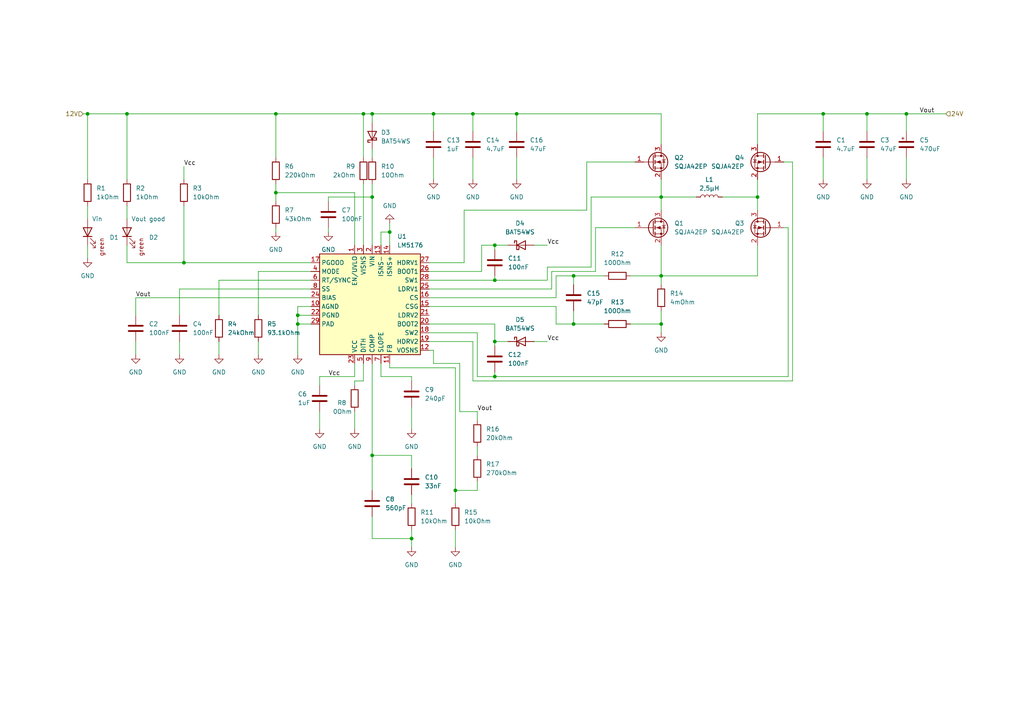
<source format=kicad_sch>
(kicad_sch (version 20230121) (generator eeschema)
  (paper "A4")
  (lib_symbols
    (symbol "benediktibk:BAT54WS" (pin_numbers hide) (pin_names (offset 1.016) hide)
      (property "Reference" "D" (at 0 2.54 0))
      (property "Value" "BAT54WS" (at 0 -2.54 0))
      (symbol "BAT54WS_0_1"
        (polyline (pts (xy 1.27 0) (xy -1.27 0)))
        (polyline (pts (xy 1.27 1.27) (xy 1.27 -1.27) (xy -1.27 0) (xy 1.27 1.27)) (stroke (width 0.254)))
        (polyline (pts (xy -1.905 0.635) (xy -1.905 1.27) (xy -1.27 1.27) (xy -1.27 -1.27) (xy -0.635 -1.27) (xy -0.635 -0.635)) (stroke (width 0.254)))
      )
      (symbol "BAT54WS_1_1"
        (pin passive line (at -3.81 0 0) (length 2.54) (name "K") (number "1"))
        (pin passive line (at 3.81 0 180) (length 2.54) (name "A") (number "2"))
      )
    )
    (symbol "benediktibk:C_100nF_SMD_0603_50V" (pin_numbers hide) (pin_names (offset 0.254))
      (property "Reference" "C" (at 0.635 2.54 0))
      (property "Value" "C_100nF_SMD_0603_50V" (at 0.635 -2.54 0))
      (symbol "C_100nF_SMD_0603_50V_0_1"
        (polyline (pts (xy -2.032 -0.762) (xy 2.032 -0.762)) (stroke (width 0.508)))
        (polyline (pts (xy -2.032 0.762) (xy 2.032 0.762)) (stroke (width 0.508)))
      )
      (symbol "C_100nF_SMD_0603_50V_1_1"
        (pin passive line (at 0 3.81 270) (length 2.794) (name "~") (number "1"))
        (pin passive line (at 0 -3.81 90) (length 2.794) (name "~") (number "2"))
      )
    )
    (symbol "benediktibk:C_1uF_SMD_0603_50V_10%" (pin_numbers hide) (pin_names (offset 0.254))
      (property "Reference" "C" (at 0.635 2.54 0))
      (property "Value" "C_1uF_SMD_0603_50V_10%" (at 0.635 -2.54 0))
      (symbol "C_1uF_SMD_0603_50V_10%_0_1"
        (polyline (pts (xy -2.032 -0.762) (xy 2.032 -0.762)) (stroke (width 0.508)))
        (polyline (pts (xy -2.032 0.762) (xy 2.032 0.762)) (stroke (width 0.508)))
      )
      (symbol "C_1uF_SMD_0603_50V_10%_1_1"
        (pin passive line (at 0 3.81 270) (length 2.794) (name "~") (number "1"))
        (pin passive line (at 0 -3.81 90) (length 2.794) (name "~") (number "2"))
      )
    )
    (symbol "benediktibk:C_240pF_SMD_0805_250V_10%" (pin_numbers hide) (pin_names (offset 0.254))
      (property "Reference" "C" (at 0.635 2.54 0))
      (property "Value" "C_240pF_SMD_0805_250V_10%" (at 0.635 -2.54 0))
      (symbol "C_240pF_SMD_0805_250V_10%_0_1"
        (polyline (pts (xy -2.032 -0.762) (xy 2.032 -0.762)) (stroke (width 0.508)))
        (polyline (pts (xy -2.032 0.762) (xy 2.032 0.762)) (stroke (width 0.508)))
      )
      (symbol "C_240pF_SMD_0805_250V_10%_1_1"
        (pin passive line (at 0 3.81 270) (length 2.794) (name "~") (number "1"))
        (pin passive line (at 0 -3.81 90) (length 2.794) (name "~") (number "2"))
      )
    )
    (symbol "benediktibk:C_33nF_SMD_0603_50V_10%" (pin_numbers hide) (pin_names (offset 0.254))
      (property "Reference" "C" (at 0.635 2.54 0))
      (property "Value" "C_33nF_SMD_0603_50V_10%" (at 0.635 -2.54 0))
      (symbol "C_33nF_SMD_0603_50V_10%_0_1"
        (polyline (pts (xy -2.032 -0.762) (xy 2.032 -0.762)) (stroke (width 0.508)))
        (polyline (pts (xy -2.032 0.762) (xy 2.032 0.762)) (stroke (width 0.508)))
      )
      (symbol "C_33nF_SMD_0603_50V_10%_1_1"
        (pin passive line (at 0 3.81 270) (length 2.794) (name "~") (number "1"))
        (pin passive line (at 0 -3.81 90) (length 2.794) (name "~") (number "2"))
      )
    )
    (symbol "benediktibk:C_470uF_SMD_63V_20%" (pin_numbers hide) (pin_names (offset 0.254))
      (property "Reference" "C" (at 0.635 2.54 0))
      (property "Value" "C_470uF_SMD_63V_20%" (at 0.635 -2.54 0))
      (symbol "C_470uF_SMD_63V_20%_0_1"
        (polyline (pts (xy -2.032 -0.762) (xy 2.032 -0.762)) (stroke (width 0.508)))
        (polyline (pts (xy -2.032 0.762) (xy 2.032 0.762)) (stroke (width 0.508)))
        (polyline (pts (xy -1.397 1.778) (xy -0.635 1.778)))
        (polyline (pts (xy -1.016 2.159) (xy -1.016 1.397)))
      )
      (symbol "C_470uF_SMD_63V_20%_1_1"
        (pin passive line (at 0 3.81 270) (length 2.794) (name "~") (number "1"))
        (pin passive line (at 0 -3.81 90) (length 2.794) (name "~") (number "2"))
      )
    )
    (symbol "benediktibk:C_47pF_SMD_0603_100V_5%" (pin_numbers hide) (pin_names (offset 0.254))
      (property "Reference" "C" (at 0.635 2.54 0))
      (property "Value" "C_47pF_SMD_0603_100V_5%" (at 0.635 -2.54 0))
      (symbol "C_47pF_SMD_0603_100V_5%_0_1"
        (polyline (pts (xy -2.032 -0.762) (xy 2.032 -0.762)) (stroke (width 0.508)))
        (polyline (pts (xy -2.032 0.762) (xy 2.032 0.762)) (stroke (width 0.508)))
      )
      (symbol "C_47pF_SMD_0603_100V_5%_1_1"
        (pin passive line (at 0 3.81 270) (length 2.794) (name "~") (number "1"))
        (pin passive line (at 0 -3.81 90) (length 2.794) (name "~") (number "2"))
      )
    )
    (symbol "benediktibk:C_47uF_SMD_1206_25V_20%" (pin_numbers hide) (pin_names (offset 0.254))
      (property "Reference" "C" (at 0.635 2.54 0))
      (property "Value" "C_47uF_SMD_1206_25V_20%" (at 0.635 -2.54 0))
      (symbol "C_47uF_SMD_1206_25V_20%_0_1"
        (polyline (pts (xy -2.032 -0.762) (xy 2.032 -0.762)) (stroke (width 0.508)))
        (polyline (pts (xy -2.032 0.762) (xy 2.032 0.762)) (stroke (width 0.508)))
      )
      (symbol "C_47uF_SMD_1206_25V_20%_1_1"
        (pin passive line (at 0 3.81 270) (length 2.794) (name "~") (number "1"))
        (pin passive line (at 0 -3.81 90) (length 2.794) (name "~") (number "2"))
      )
    )
    (symbol "benediktibk:C_4_7uF_SMD_0805_50V_10%" (pin_numbers hide) (pin_names (offset 0.254))
      (property "Reference" "C" (at 0.635 2.54 0))
      (property "Value" "C_4_7uF_SMD_0805_50V_10%" (at 0.635 -2.54 0))
      (symbol "C_4_7uF_SMD_0805_50V_10%_0_1"
        (polyline (pts (xy -2.032 -0.762) (xy 2.032 -0.762)) (stroke (width 0.508)))
        (polyline (pts (xy -2.032 0.762) (xy 2.032 0.762)) (stroke (width 0.508)))
      )
      (symbol "C_4_7uF_SMD_0805_50V_10%_1_1"
        (pin passive line (at 0 3.81 270) (length 2.794) (name "~") (number "1"))
        (pin passive line (at 0 -3.81 90) (length 2.794) (name "~") (number "2"))
      )
    )
    (symbol "benediktibk:C_560pF_SMD_0603_50V_5%" (pin_numbers hide) (pin_names (offset 0.254))
      (property "Reference" "C" (at 0.635 2.54 0))
      (property "Value" "C_560pF_SMD_0603_50V_5%" (at 0.635 -2.54 0))
      (symbol "C_560pF_SMD_0603_50V_5%_0_1"
        (polyline (pts (xy -2.032 -0.762) (xy 2.032 -0.762)) (stroke (width 0.508)))
        (polyline (pts (xy -2.032 0.762) (xy 2.032 0.762)) (stroke (width 0.508)))
      )
      (symbol "C_560pF_SMD_0603_50V_5%_1_1"
        (pin passive line (at 0 3.81 270) (length 2.794) (name "~") (number "1"))
        (pin passive line (at 0 -3.81 90) (length 2.794) (name "~") (number "2"))
      )
    )
    (symbol "benediktibk:LED_green_0603" (pin_numbers hide) (pin_names (offset 1.016) hide)
      (property "Reference" "D" (at 0 2.54 0))
      (property "Value" "LED_green_0603" (at 0 -2.54 0))
      (symbol "LED_green_0603_0_0"
        (text "green" (at -4.318 -4.064 0) (effects (font (size 1.27 1.27))))
      )
      (symbol "LED_green_0603_0_1"
        (polyline (pts (xy -1.27 -1.27) (xy -1.27 1.27)) (stroke (width 0.254)))
        (polyline (pts (xy -1.27 0) (xy 1.27 0)))
        (polyline (pts (xy 1.27 -1.27) (xy 1.27 1.27) (xy -1.27 0) (xy 1.27 -1.27)) (stroke (width 0.254)))
        (polyline (pts (xy -3.048 -0.762) (xy -4.572 -2.286) (xy -3.81 -2.286) (xy -4.572 -2.286) (xy -4.572 -1.524)))
        (polyline (pts (xy -1.778 -0.762) (xy -3.302 -2.286) (xy -2.54 -2.286) (xy -3.302 -2.286) (xy -3.302 -1.524)))
      )
      (symbol "LED_green_0603_1_1"
        (pin passive line (at -3.81 0 0) (length 2.54) (name "K") (number "1"))
        (pin passive line (at 3.81 0 180) (length 2.54) (name "A") (number "2"))
      )
    )
    (symbol "benediktibk:LM5176"
      (property "Reference" "U" (at -8.89 13.97 0))
      (property "Value" "LM5176" (at 1.27 -2.54 0))
      (symbol "LM5176_0_1"
        (rectangle (start -10.16 12.7) (end 19.05 -16.51) (stroke (width 0.254)) (fill (type background)))
      )
      (symbol "LM5176_1_1"
        (pin input line (at 0 15.24 270) (length 2.54) (name "EN/UVLO") (number "1"))
        (pin power_in line (at -12.7 -2.54 0) (length 2.54) (name "AGND") (number "10"))
        (pin input line (at 10.16 -19.05 90) (length 2.54) (name "FB") (number "11"))
        (pin input line (at 21.59 -15.24 180) (length 2.54) (name "VOSNS") (number "12"))
        (pin input line (at 7.62 15.24 270) (length 2.54) (name "ISNS-") (number "13"))
        (pin input line (at 10.16 15.24 270) (length 2.54) (name "ISNS+") (number "14"))
        (pin input line (at 21.59 -2.54 180) (length 2.54) (name "CSG") (number "15"))
        (pin input line (at 21.59 0 180) (length 2.54) (name "CS") (number "16"))
        (pin open_collector line (at -12.7 10.16 0) (length 2.54) (name "PGOOD") (number "17"))
        (pin input line (at 21.59 -10.16 180) (length 2.54) (name "SW2") (number "18"))
        (pin output line (at 21.59 -12.7 180) (length 2.54) (name "HDRV2") (number "19"))
        (pin power_in line (at 5.08 15.24 270) (length 2.54) (name "VIN") (number "2"))
        (pin input line (at 21.59 -7.62 180) (length 2.54) (name "BOOT2") (number "20"))
        (pin output line (at 21.59 -5.08 180) (length 2.54) (name "LDRV2") (number "21"))
        (pin power_out line (at -12.7 -5.08 0) (length 2.54) (name "PGND") (number "22"))
        (pin power_out line (at 0 -19.05 90) (length 2.54) (name "VCC") (number "23"))
        (pin input line (at -12.7 0 0) (length 2.54) (name "BIAS") (number "24"))
        (pin output line (at 21.59 2.54 180) (length 2.54) (name "LDRV1") (number "25"))
        (pin input line (at 21.59 7.62 180) (length 2.54) (name "BOOT1") (number "26"))
        (pin output line (at 21.59 10.16 180) (length 2.54) (name "HDRV1") (number "27"))
        (pin input line (at 21.59 5.08 180) (length 2.54) (name "SW1") (number "28"))
        (pin power_in line (at -12.7 -7.62 0) (length 2.54) (name "PAD") (number "29"))
        (pin input line (at 2.54 15.24 270) (length 2.54) (name "VISNS") (number "3"))
        (pin input line (at -12.7 7.62 0) (length 2.54) (name "MODE") (number "4"))
        (pin input line (at 2.54 -19.05 90) (length 2.54) (name "DITH") (number "5"))
        (pin input line (at -12.7 5.08 0) (length 2.54) (name "RT/SYNC") (number "6"))
        (pin input line (at 7.62 -19.05 90) (length 2.54) (name "SLOPE") (number "7"))
        (pin input line (at -12.7 2.54 0) (length 2.54) (name "SS") (number "8"))
        (pin output line (at 5.08 -19.05 90) (length 2.54) (name "COMP") (number "9"))
      )
    )
    (symbol "benediktibk:L_2_5µH_30A" (pin_numbers hide) (pin_names (offset 1.016) hide)
      (property "Reference" "L" (at -1.27 0 90))
      (property "Value" "L_2_5µH_30A" (at 1.905 0 90))
      (symbol "L_2_5µH_30A_0_1"
        (arc (start 0 -2.54) (mid 0.6323 -1.905) (end 0 -1.27))
        (arc (start 0 -1.27) (mid 0.6323 -0.635) (end 0 0))
        (arc (start 0 0) (mid 0.6323 0.635) (end 0 1.27))
        (arc (start 0 1.27) (mid 0.6323 1.905) (end 0 2.54))
      )
      (symbol "L_2_5µH_30A_1_1"
        (pin passive line (at 0 3.81 270) (length 1.27) (name "1") (number "1"))
        (pin passive line (at 0 -3.81 90) (length 1.27) (name "2") (number "2"))
      )
    )
    (symbol "benediktibk:R_0Ohm_SMD_0603_100mW_0%" (pin_numbers hide) (pin_names (offset 0))
      (property "Reference" "R" (at 2.032 0 90))
      (property "Value" "R_0Ohm_SMD_0603_100mW_0%" (at -5.588 -1.016 90))
      (symbol "R_0Ohm_SMD_0603_100mW_0%_0_1"
        (rectangle (start -1.016 -2.54) (end 1.016 2.54) (stroke (width 0.254)))
      )
      (symbol "R_0Ohm_SMD_0603_100mW_0%_1_1"
        (pin passive line (at 0 3.81 270) (length 1.27) (name "~") (number "1"))
        (pin passive line (at 0 -3.81 90) (length 1.27) (name "~") (number "2"))
      )
    )
    (symbol "benediktibk:R_100Ohm_SMD_0603_100mW_1%" (pin_numbers hide) (pin_names (offset 0))
      (property "Reference" "R" (at 2.032 0 90))
      (property "Value" "R_100Ohm_SMD_0603_100mW_1%" (at -5.588 -1.016 90))
      (symbol "R_100Ohm_SMD_0603_100mW_1%_0_1"
        (rectangle (start -1.016 -2.54) (end 1.016 2.54) (stroke (width 0.254)))
      )
      (symbol "R_100Ohm_SMD_0603_100mW_1%_1_1"
        (pin passive line (at 0 3.81 270) (length 1.27) (name "~") (number "1"))
        (pin passive line (at 0 -3.81 90) (length 1.27) (name "~") (number "2"))
      )
    )
    (symbol "benediktibk:R_10Ohm_SMD_0603_100mW_1%" (pin_numbers hide) (pin_names (offset 0))
      (property "Reference" "R" (at 2.032 0 90))
      (property "Value" "R_10Ohm_SMD_0603_100mW_1%" (at -5.588 -1.016 90))
      (symbol "R_10Ohm_SMD_0603_100mW_1%_0_1"
        (rectangle (start -1.016 -2.54) (end 1.016 2.54) (stroke (width 0.254)))
      )
      (symbol "R_10Ohm_SMD_0603_100mW_1%_1_1"
        (pin passive line (at 0 3.81 270) (length 1.27) (name "~") (number "1"))
        (pin passive line (at 0 -3.81 90) (length 1.27) (name "~") (number "2"))
      )
    )
    (symbol "benediktibk:R_10kOhm_SMD_0603_100mW_1%" (pin_numbers hide) (pin_names (offset 0))
      (property "Reference" "R" (at 2.032 0 90))
      (property "Value" "R_10kOhm_SMD_0603_100mW_1%" (at -5.588 -1.016 90))
      (symbol "R_10kOhm_SMD_0603_100mW_1%_0_1"
        (rectangle (start -1.016 -2.54) (end 1.016 2.54) (stroke (width 0.254)))
      )
      (symbol "R_10kOhm_SMD_0603_100mW_1%_1_1"
        (pin passive line (at 0 3.81 270) (length 1.27) (name "~") (number "1"))
        (pin passive line (at 0 -3.81 90) (length 1.27) (name "~") (number "2"))
      )
    )
    (symbol "benediktibk:R_1kOhm_SMD_0603_100mW_1%" (pin_numbers hide) (pin_names (offset 0))
      (property "Reference" "R" (at 2.032 0 90))
      (property "Value" "R_1kOhm_SMD_0603_100mW_1%" (at -5.588 -1.016 90))
      (symbol "R_1kOhm_SMD_0603_100mW_1%_0_1"
        (rectangle (start -1.016 -2.54) (end 1.016 2.54) (stroke (width 0.254)))
      )
      (symbol "R_1kOhm_SMD_0603_100mW_1%_1_1"
        (pin passive line (at 0 3.81 270) (length 1.27) (name "~") (number "1"))
        (pin passive line (at 0 -3.81 90) (length 1.27) (name "~") (number "2"))
      )
    )
    (symbol "benediktibk:R_20kOhm_SMD_0603_100mW_1%" (pin_numbers hide) (pin_names (offset 0))
      (property "Reference" "R" (at 2.032 0 90))
      (property "Value" "R_20kOhm_SMD_0603_100mW_1%" (at -5.588 -1.016 90))
      (symbol "R_20kOhm_SMD_0603_100mW_1%_0_1"
        (rectangle (start -1.016 -2.54) (end 1.016 2.54) (stroke (width 0.254)))
      )
      (symbol "R_20kOhm_SMD_0603_100mW_1%_1_1"
        (pin passive line (at 0 3.81 270) (length 1.27) (name "~") (number "1"))
        (pin passive line (at 0 -3.81 90) (length 1.27) (name "~") (number "2"))
      )
    )
    (symbol "benediktibk:R_220kOhm_SMD_0603_100mW_1%" (pin_numbers hide) (pin_names (offset 0))
      (property "Reference" "R" (at 2.032 0 90))
      (property "Value" "R_220kOhm_SMD_0603_100mW_1%" (at -5.588 -1.016 90))
      (symbol "R_220kOhm_SMD_0603_100mW_1%_0_1"
        (rectangle (start -1.016 -2.54) (end 1.016 2.54) (stroke (width 0.254)))
      )
      (symbol "R_220kOhm_SMD_0603_100mW_1%_1_1"
        (pin passive line (at 0 3.81 270) (length 1.27) (name "~") (number "1"))
        (pin passive line (at 0 -3.81 90) (length 1.27) (name "~") (number "2"))
      )
    )
    (symbol "benediktibk:R_24kOhm_SMD_0603_100mW_1%" (pin_numbers hide) (pin_names (offset 0))
      (property "Reference" "R" (at 2.032 0 90))
      (property "Value" "R_24kOhm_SMD_0603_100mW_1%" (at -5.588 -1.016 90))
      (symbol "R_24kOhm_SMD_0603_100mW_1%_0_1"
        (rectangle (start -1.016 -2.54) (end 1.016 2.54) (stroke (width 0.254)))
      )
      (symbol "R_24kOhm_SMD_0603_100mW_1%_1_1"
        (pin passive line (at 0 3.81 270) (length 1.27) (name "~") (number "1"))
        (pin passive line (at 0 -3.81 90) (length 1.27) (name "~") (number "2"))
      )
    )
    (symbol "benediktibk:R_270kOhm_SMD_0603_100mW_1%" (pin_numbers hide) (pin_names (offset 0))
      (property "Reference" "R" (at 2.032 0 90))
      (property "Value" "R_270kOhm_SMD_0603_100mW_1%" (at -5.588 -1.016 90))
      (symbol "R_270kOhm_SMD_0603_100mW_1%_0_1"
        (rectangle (start -1.016 -2.54) (end 1.016 2.54) (stroke (width 0.254)))
      )
      (symbol "R_270kOhm_SMD_0603_100mW_1%_1_1"
        (pin passive line (at 0 3.81 270) (length 1.27) (name "~") (number "1"))
        (pin passive line (at 0 -3.81 90) (length 1.27) (name "~") (number "2"))
      )
    )
    (symbol "benediktibk:R_2kOhm_SMD_0603_100mW_1%" (pin_numbers hide) (pin_names (offset 0))
      (property "Reference" "R" (at 2.032 0 90))
      (property "Value" "R_2kOhm_SMD_0603_100mW_1%" (at -5.588 -1.016 90))
      (symbol "R_2kOhm_SMD_0603_100mW_1%_0_1"
        (rectangle (start -1.016 -2.54) (end 1.016 2.54) (stroke (width 0.254)))
      )
      (symbol "R_2kOhm_SMD_0603_100mW_1%_1_1"
        (pin passive line (at 0 3.81 270) (length 1.27) (name "~") (number "1"))
        (pin passive line (at 0 -3.81 90) (length 1.27) (name "~") (number "2"))
      )
    )
    (symbol "benediktibk:R_43kOhm_SMD_0603_100mW_1%" (pin_numbers hide) (pin_names (offset 0))
      (property "Reference" "R" (at 2.032 0 90))
      (property "Value" "R_43kOhm_SMD_0603_100mW_1%" (at -5.588 -1.016 90))
      (symbol "R_43kOhm_SMD_0603_100mW_1%_0_1"
        (rectangle (start -1.016 -2.54) (end 1.016 2.54) (stroke (width 0.254)))
      )
      (symbol "R_43kOhm_SMD_0603_100mW_1%_1_1"
        (pin passive line (at 0 3.81 270) (length 1.27) (name "~") (number "1"))
        (pin passive line (at 0 -3.81 90) (length 1.27) (name "~") (number "2"))
      )
    )
    (symbol "benediktibk:R_4mOhm_SMD_2512_2W_1%" (pin_numbers hide) (pin_names (offset 0))
      (property "Reference" "R" (at 2.032 0 90))
      (property "Value" "R_4mOhm_SMD_2512_2W_1%" (at -5.588 -1.016 90))
      (symbol "R_4mOhm_SMD_2512_2W_1%_0_1"
        (rectangle (start -1.016 -2.54) (end 1.016 2.54) (stroke (width 0.254)))
      )
      (symbol "R_4mOhm_SMD_2512_2W_1%_1_1"
        (pin passive line (at 0 3.81 270) (length 1.27) (name "~") (number "1"))
        (pin passive line (at 0 -3.81 90) (length 1.27) (name "~") (number "2"))
      )
    )
    (symbol "benediktibk:R_93_1kOhm_SMD_0603_100mW_0_1%" (pin_numbers hide) (pin_names (offset 0))
      (property "Reference" "R" (at 2.032 0 90))
      (property "Value" "R_93_1kOhm_SMD_0603_100mW_0_1%" (at -5.588 -1.016 90))
      (symbol "R_93_1kOhm_SMD_0603_100mW_0_1%_0_1"
        (rectangle (start -1.016 -2.54) (end 1.016 2.54) (stroke (width 0.254)))
      )
      (symbol "R_93_1kOhm_SMD_0603_100mW_0_1%_1_1"
        (pin passive line (at 0 3.81 270) (length 1.27) (name "~") (number "1"))
        (pin passive line (at 0 -3.81 90) (length 1.27) (name "~") (number "2"))
      )
    )
    (symbol "benediktibk:SQJA42EP" (pin_names (offset 0) hide)
      (property "Reference" "Q" (at 5.08 1.27 0))
      (property "Value" "SQJA42EP" (at 5.08 -1.27 0))
      (symbol "SQJA42EP_0_1"
        (polyline (pts (xy 0.254 0) (xy -2.54 0)))
        (polyline (pts (xy 0.254 1.905) (xy 0.254 -1.905)) (stroke (width 0.254)))
        (polyline (pts (xy 0.762 -1.27) (xy 0.762 -2.286)) (stroke (width 0.254)))
        (polyline (pts (xy 0.762 0.508) (xy 0.762 -0.508)) (stroke (width 0.254)))
        (polyline (pts (xy 0.762 2.286) (xy 0.762 1.27)) (stroke (width 0.254)))
        (polyline (pts (xy 2.54 2.54) (xy 2.54 1.778)))
        (polyline (pts (xy 2.54 -2.54) (xy 2.54 0) (xy 0.762 0)))
        (polyline (pts (xy 0.762 1.778) (xy 3.302 1.778) (xy 3.302 -1.778) (xy 0.762 -1.778)))
        (polyline (pts (xy 1.27 0) (xy 2.286 0.381) (xy 2.286 -0.381) (xy 1.27 0)) (fill (type outline)))
        (polyline (pts (xy 2.794 0.508) (xy 2.921 0.635) (xy 3.683 0.635) (xy 3.81 0.762)))
        (polyline (pts (xy 3.302 0.508) (xy 2.921 -0.127) (xy 3.683 -0.127) (xy 3.302 0.508)))
        (circle (center 1.651 0) (radius 2.794) (stroke (width 0.254)))
        (circle (center 2.54 -1.778) (radius 0.254) (fill (type outline)))
        (circle (center 2.54 1.778) (radius 0.254) (fill (type outline)))
      )
      (symbol "SQJA42EP_1_1"
        (pin input line (at -5.08 0 0) (length 2.54) (name "G") (number "1"))
        (pin passive line (at 2.54 -5.08 90) (length 2.54) (name "S") (number "2"))
        (pin passive line (at 2.54 5.08 270) (length 2.54) (name "D") (number "3"))
      )
    )
    (symbol "power:GND" (power) (pin_names (offset 0))
      (property "Value" "GND" (at 0 -3.81 0))
      (symbol "GND_0_1"
        (polyline (pts (xy 0 0) (xy 0 -1.27) (xy 1.27 -1.27) (xy 0 -2.54) (xy -1.27 -1.27) (xy 0 -1.27)))
      )
      (symbol "GND_1_1"
        (pin power_in line (at 0 0 270) (length 0) hide (name "GND") (number "1"))
      )
    )
  )
  (junction (at 132.08 142.24))
  (junction (at 86.36 91.44))
  (junction (at 166.37 93.98))
  (junction (at 86.36 93.98))
  (junction (at 119.38 156.21))
  (junction (at 105.41 33.02))
  (junction (at 36.83 33.02))
  (junction (at 166.37 80.01))
  (junction (at 149.86 33.02))
  (junction (at 107.95 33.02))
  (junction (at 125.73 33.02))
  (junction (at 80.01 55.88))
  (junction (at 107.95 57.15))
  (junction (at 219.71 57.15))
  (junction (at 191.77 93.98))
  (junction (at 262.89 33.02))
  (junction (at 238.76 33.02))
  (junction (at 143.51 109.22))
  (junction (at 191.77 57.15))
  (junction (at 137.16 33.02))
  (junction (at 143.51 71.12))
  (junction (at 143.51 99.06))
  (junction (at 25.4 33.02))
  (junction (at 143.51 81.28))
  (junction (at 113.03 67.31))
  (junction (at 191.77 80.01))
  (junction (at 251.46 33.02))
  (junction (at 107.95 132.08))
  (junction (at 80.01 33.02))
  (junction (at 53.34 76.2))
  (wire (pts (xy 182.88 93.98) (xy 191.77 93.98)))
  (wire (pts (xy 119.38 153.67) (xy 119.38 156.21)))
  (wire (pts (xy 39.37 86.36) (xy 90.17 86.36)))
  (wire (pts (xy 132.08 142.24) (xy 138.43 142.24)))
  (wire (pts (xy 158.75 81.28) (xy 158.75 77.47)))
  (wire (pts (xy 119.38 109.22) (xy 110.49 109.22)))
  (wire (pts (xy 86.36 91.44) (xy 90.17 91.44)))
  (wire (pts (xy 143.51 99.06) (xy 143.51 93.98)))
  (wire (pts (xy 219.71 41.91) (xy 219.71 33.02)))
  (wire (pts (xy 143.51 80.01) (xy 143.51 81.28)))
  (wire (pts (xy 182.88 80.01) (xy 191.77 80.01)))
  (wire (pts (xy 113.03 67.31) (xy 113.03 71.12)))
  (wire (pts (xy 113.03 105.41) (xy 113.03 106.68)))
  (wire (pts (xy 125.73 105.41) (xy 125.73 101.6)))
  (wire (pts (xy 154.94 99.06) (xy 158.75 99.06)))
  (wire (pts (xy 124.46 76.2) (xy 134.62 76.2)))
  (wire (pts (xy 36.83 76.2) (xy 36.83 71.12)))
  (wire (pts (xy 107.95 53.34) (xy 107.95 57.15)))
  (wire (pts (xy 39.37 86.36) (xy 39.37 91.44)))
  (wire (pts (xy 102.87 105.41) (xy 102.87 109.22)))
  (wire (pts (xy 209.55 57.15) (xy 219.71 57.15)))
  (wire (pts (xy 113.03 106.68) (xy 132.08 106.68)))
  (wire (pts (xy 191.77 57.15) (xy 201.93 57.15)))
  (wire (pts (xy 227.33 46.99) (xy 229.87 46.99)))
  (wire (pts (xy 219.71 33.02) (xy 238.76 33.02)))
  (wire (pts (xy 36.83 59.69) (xy 36.83 63.5)))
  (wire (pts (xy 143.51 93.98) (xy 124.46 93.98)))
  (wire (pts (xy 107.95 33.02) (xy 125.73 33.02)))
  (wire (pts (xy 137.16 99.06) (xy 124.46 99.06)))
  (wire (pts (xy 52.07 83.82) (xy 90.17 83.82)))
  (wire (pts (xy 143.51 109.22) (xy 138.43 109.22)))
  (wire (pts (xy 107.95 132.08) (xy 107.95 142.24)))
  (wire (pts (xy 138.43 119.38) (xy 133.35 119.38)))
  (wire (pts (xy 125.73 101.6) (xy 124.46 101.6)))
  (wire (pts (xy 138.43 96.52) (xy 124.46 96.52)))
  (wire (pts (xy 90.17 76.2) (xy 53.34 76.2)))
  (wire (pts (xy 113.03 64.77) (xy 113.03 67.31)))
  (wire (pts (xy 113.03 67.31) (xy 110.49 67.31)))
  (wire (pts (xy 175.26 80.01) (xy 166.37 80.01)))
  (wire (pts (xy 105.41 53.34) (xy 105.41 71.12)))
  (wire (pts (xy 219.71 52.07) (xy 219.71 57.15)))
  (wire (pts (xy 134.62 76.2) (xy 134.62 60.96)))
  (wire (pts (xy 132.08 142.24) (xy 132.08 146.05)))
  (wire (pts (xy 25.4 33.02) (xy 25.4 52.07)))
  (wire (pts (xy 86.36 93.98) (xy 90.17 93.98)))
  (wire (pts (xy 107.95 156.21) (xy 119.38 156.21)))
  (wire (pts (xy 138.43 121.92) (xy 138.43 119.38)))
  (wire (pts (xy 191.77 71.12) (xy 191.77 80.01)))
  (wire (pts (xy 161.29 93.98) (xy 166.37 93.98)))
  (wire (pts (xy 143.51 81.28) (xy 158.75 81.28)))
  (wire (pts (xy 125.73 33.02) (xy 125.73 38.1)))
  (wire (pts (xy 149.86 45.72) (xy 149.86 52.07)))
  (wire (pts (xy 25.4 59.69) (xy 25.4 63.5)))
  (wire (pts (xy 53.34 76.2) (xy 36.83 76.2)))
  (wire (pts (xy 107.95 105.41) (xy 107.95 132.08)))
  (wire (pts (xy 238.76 33.02) (xy 238.76 38.1)))
  (wire (pts (xy 137.16 33.02) (xy 137.16 38.1)))
  (wire (pts (xy 95.25 58.42) (xy 95.25 57.15)))
  (wire (pts (xy 119.38 109.22) (xy 119.38 110.49)))
  (wire (pts (xy 251.46 33.02) (xy 251.46 38.1)))
  (wire (pts (xy 138.43 96.52) (xy 138.43 109.22)))
  (wire (pts (xy 133.35 105.41) (xy 125.73 105.41)))
  (wire (pts (xy 132.08 106.68) (xy 132.08 142.24)))
  (wire (pts (xy 139.7 71.12) (xy 143.51 71.12)))
  (wire (pts (xy 134.62 60.96) (xy 170.18 60.96)))
  (wire (pts (xy 137.16 33.02) (xy 149.86 33.02)))
  (wire (pts (xy 125.73 33.02) (xy 137.16 33.02)))
  (wire (pts (xy 172.72 66.04) (xy 184.15 66.04)))
  (wire (pts (xy 154.94 71.12) (xy 158.75 71.12)))
  (wire (pts (xy 95.25 57.15) (xy 107.95 57.15)))
  (wire (pts (xy 24.13 33.02) (xy 25.4 33.02)))
  (wire (pts (xy 124.46 78.74) (xy 139.7 78.74)))
  (wire (pts (xy 166.37 80.01) (xy 161.29 80.01)))
  (wire (pts (xy 80.01 66.04) (xy 80.01 67.31)))
  (wire (pts (xy 170.18 60.96) (xy 170.18 46.99)))
  (wire (pts (xy 119.38 135.89) (xy 119.38 132.08)))
  (wire (pts (xy 137.16 110.49) (xy 137.16 99.06)))
  (wire (pts (xy 139.7 78.74) (xy 139.7 71.12)))
  (wire (pts (xy 102.87 55.88) (xy 102.87 71.12)))
  (wire (pts (xy 262.89 45.72) (xy 262.89 52.07)))
  (wire (pts (xy 191.77 52.07) (xy 191.77 57.15)))
  (wire (pts (xy 219.71 71.12) (xy 219.71 80.01)))
  (wire (pts (xy 143.51 107.95) (xy 143.51 109.22)))
  (wire (pts (xy 86.36 91.44) (xy 86.36 88.9)))
  (wire (pts (xy 161.29 86.36) (xy 124.46 86.36)))
  (wire (pts (xy 124.46 83.82) (xy 160.02 83.82)))
  (wire (pts (xy 80.01 53.34) (xy 80.01 55.88)))
  (wire (pts (xy 143.51 71.12) (xy 147.32 71.12)))
  (wire (pts (xy 124.46 88.9) (xy 161.29 88.9)))
  (wire (pts (xy 107.95 43.18) (xy 107.95 45.72)))
  (wire (pts (xy 107.95 33.02) (xy 107.95 35.56)))
  (wire (pts (xy 86.36 88.9) (xy 90.17 88.9)))
  (wire (pts (xy 138.43 139.7) (xy 138.43 142.24)))
  (wire (pts (xy 149.86 33.02) (xy 149.86 38.1)))
  (wire (pts (xy 105.41 33.02) (xy 107.95 33.02)))
  (wire (pts (xy 125.73 45.72) (xy 125.73 52.07)))
  (wire (pts (xy 119.38 118.11) (xy 119.38 124.46)))
  (wire (pts (xy 105.41 33.02) (xy 105.41 45.72)))
  (wire (pts (xy 191.77 93.98) (xy 191.77 90.17)))
  (wire (pts (xy 110.49 67.31) (xy 110.49 71.12)))
  (wire (pts (xy 80.01 55.88) (xy 102.87 55.88)))
  (wire (pts (xy 63.5 91.44) (xy 63.5 81.28)))
  (wire (pts (xy 238.76 33.02) (xy 251.46 33.02)))
  (wire (pts (xy 262.89 33.02) (xy 262.89 38.1)))
  (wire (pts (xy 102.87 111.76) (xy 102.87 110.49)))
  (wire (pts (xy 161.29 88.9) (xy 161.29 93.98)))
  (wire (pts (xy 132.08 153.67) (xy 132.08 158.75)))
  (wire (pts (xy 74.93 99.06) (xy 74.93 102.87)))
  (wire (pts (xy 86.36 102.87) (xy 86.36 93.98)))
  (wire (pts (xy 52.07 99.06) (xy 52.07 102.87)))
  (wire (pts (xy 92.71 109.22) (xy 92.71 111.76)))
  (wire (pts (xy 53.34 48.26) (xy 53.34 52.07)))
  (wire (pts (xy 175.26 93.98) (xy 166.37 93.98)))
  (wire (pts (xy 105.41 105.41) (xy 105.41 110.49)))
  (wire (pts (xy 160.02 78.74) (xy 172.72 78.74)))
  (wire (pts (xy 171.45 77.47) (xy 171.45 57.15)))
  (wire (pts (xy 133.35 119.38) (xy 133.35 105.41)))
  (wire (pts (xy 143.51 72.39) (xy 143.51 71.12)))
  (wire (pts (xy 74.93 91.44) (xy 74.93 78.74)))
  (wire (pts (xy 228.6 109.22) (xy 143.51 109.22)))
  (wire (pts (xy 160.02 83.82) (xy 160.02 78.74)))
  (wire (pts (xy 262.89 33.02) (xy 251.46 33.02)))
  (wire (pts (xy 80.01 33.02) (xy 105.41 33.02)))
  (wire (pts (xy 74.93 78.74) (xy 90.17 78.74)))
  (wire (pts (xy 161.29 80.01) (xy 161.29 86.36)))
  (wire (pts (xy 251.46 45.72) (xy 251.46 52.07)))
  (wire (pts (xy 143.51 100.33) (xy 143.51 99.06)))
  (wire (pts (xy 52.07 83.82) (xy 52.07 91.44)))
  (wire (pts (xy 36.83 33.02) (xy 80.01 33.02)))
  (wire (pts (xy 124.46 81.28) (xy 143.51 81.28)))
  (wire (pts (xy 191.77 80.01) (xy 191.77 82.55)))
  (wire (pts (xy 191.77 57.15) (xy 191.77 60.96)))
  (wire (pts (xy 274.32 33.02) (xy 262.89 33.02)))
  (wire (pts (xy 39.37 99.06) (xy 39.37 102.87)))
  (wire (pts (xy 166.37 90.17) (xy 166.37 93.98)))
  (wire (pts (xy 191.77 33.02) (xy 191.77 41.91)))
  (wire (pts (xy 86.36 93.98) (xy 86.36 91.44)))
  (wire (pts (xy 95.25 66.04) (xy 95.25 67.31)))
  (wire (pts (xy 227.33 66.04) (xy 228.6 66.04)))
  (wire (pts (xy 238.76 45.72) (xy 238.76 52.07)))
  (wire (pts (xy 172.72 78.74) (xy 172.72 66.04)))
  (wire (pts (xy 229.87 46.99) (xy 229.87 110.49)))
  (wire (pts (xy 80.01 33.02) (xy 80.01 45.72)))
  (wire (pts (xy 158.75 77.47) (xy 171.45 77.47)))
  (wire (pts (xy 143.51 99.06) (xy 147.32 99.06)))
  (wire (pts (xy 138.43 129.54) (xy 138.43 132.08)))
  (wire (pts (xy 63.5 99.06) (xy 63.5 102.87)))
  (wire (pts (xy 110.49 109.22) (xy 110.49 105.41)))
  (wire (pts (xy 25.4 71.12) (xy 25.4 74.93)))
  (wire (pts (xy 166.37 80.01) (xy 166.37 82.55)))
  (wire (pts (xy 80.01 55.88) (xy 80.01 58.42)))
  (wire (pts (xy 219.71 57.15) (xy 219.71 60.96)))
  (wire (pts (xy 119.38 156.21) (xy 119.38 158.75)))
  (wire (pts (xy 191.77 33.02) (xy 149.86 33.02)))
  (wire (pts (xy 191.77 93.98) (xy 191.77 96.52)))
  (wire (pts (xy 107.95 57.15) (xy 107.95 71.12)))
  (wire (pts (xy 137.16 45.72) (xy 137.16 52.07)))
  (wire (pts (xy 229.87 110.49) (xy 137.16 110.49)))
  (wire (pts (xy 107.95 149.86) (xy 107.95 156.21)))
  (wire (pts (xy 119.38 143.51) (xy 119.38 146.05)))
  (wire (pts (xy 92.71 119.38) (xy 92.71 124.46)))
  (wire (pts (xy 228.6 66.04) (xy 228.6 109.22)))
  (wire (pts (xy 53.34 59.69) (xy 53.34 76.2)))
  (wire (pts (xy 171.45 57.15) (xy 191.77 57.15)))
  (wire (pts (xy 102.87 119.38) (xy 102.87 124.46)))
  (wire (pts (xy 191.77 80.01) (xy 219.71 80.01)))
  (wire (pts (xy 25.4 33.02) (xy 36.83 33.02)))
  (wire (pts (xy 170.18 46.99) (xy 184.15 46.99)))
  (wire (pts (xy 102.87 110.49) (xy 105.41 110.49)))
  (wire (pts (xy 36.83 52.07) (xy 36.83 33.02)))
  (wire (pts (xy 63.5 81.28) (xy 90.17 81.28)))
  (wire (pts (xy 107.95 132.08) (xy 119.38 132.08)))
  (wire (pts (xy 102.87 109.22) (xy 92.71 109.22)))
  (label "Vcc" (at 158.75 71.12 0))
  (label "Vout" (at 39.37 86.36 0))
  (label "Vcc" (at 158.75 99.06 0))
  (label "Vout" (at 266.7 33.02 0))
  (label "Vcc" (at 95.25 109.22 0))
  (label "Vcc" (at 53.34 48.26 0))
  (label "Vout" (at 138.43 119.38 0))
  (hierarchical_label "24V" (shape input) (at 274.32 33.02 0))
  (hierarchical_label "12V" (shape input) (at 24.13 33.02 180))
  (symbol (lib_id "benediktibk:R_10kOhm_SMD_0603_100mW_1%") (at 119.38 149.86 0) (unit 1)
    (property "Reference" "R11" (at 121.92 148.59 0) (effects (justify left)))
    (property "Value" "10kOhm" (at 121.92 151.13 0) (effects (justify left)))
    (property "Footprint" "benediktibk:R_0603_1608Metric_Pad0.98x0.95mm_HandSolder" (effects hide))
    (property "RS order number" "125-1173" (effects hide))
  )
  (symbol (lib_id "power:GND") (at 95.25 67.31 0) (unit 1)
    (property "Reference" "#PWR013" (effects hide))
    (property "Value" "GND" (at 95.25 72.39 0))
  )
  (symbol (lib_id "power:GND") (at 119.38 158.75 0) (unit 1)
    (property "Reference" "#PWR017" (effects hide))
    (property "Value" "GND" (at 119.38 163.83 0))
  )
  (symbol (lib_id "power:GND") (at 119.38 124.46 0) (unit 1)
    (property "Reference" "#PWR016" (effects hide))
    (property "Value" "GND" (at 119.38 129.54 0))
  )
  (symbol (lib_id "benediktibk:BAT54WS") (at 151.13 99.06 0) (unit 1)
    (property "Reference" "D5" (at 150.8125 92.71 0))
    (property "Value" "BAT54WS" (at 150.8125 95.25 0))
    (property "Footprint" "benediktibk:D_SOD-323" (effects hide))
    (property "RS order number" "738-4844" (effects hide))
  )
  (symbol (lib_id "power:GND") (at 125.73 52.07 0) (unit 1)
    (property "Reference" "#PWR018" (effects hide))
    (property "Value" "GND" (at 125.73 57.15 0))
  )
  (symbol (lib_id "benediktibk:C_33nF_SMD_0603_50V_10%") (at 119.38 139.7 0) (unit 1)
    (property "Reference" "C10" (at 123.19 138.43 0) (effects (justify left)))
    (property "Value" "33nF" (at 123.19 140.97 0) (effects (justify left)))
    (property "Footprint" "benediktibk:C_0603_1608Metric_Pad1.08x0.95mm_HandSolder" (effects hide))
    (property "RS order number" "135-8365" (effects hide))
  )
  (symbol (lib_id "benediktibk:R_2kOhm_SMD_0603_100mW_1%") (at 105.41 49.53 0) (unit 1)
    (property "Reference" "R9" (at 100.33 48.26 0) (effects (justify left)))
    (property "Value" "2kOhm" (at 96.52 50.8 0) (effects (justify left)))
    (property "Footprint" "benediktibk:R_0603_1608Metric_Pad0.98x0.95mm_HandSolder" (effects hide))
    (property "RS order number" "901-3563" (effects hide))
  )
  (symbol (lib_id "benediktibk:L_2_5µH_30A") (at 205.74 57.15 90) (unit 1)
    (property "Reference" "L1" (at 205.74 52.07 90))
    (property "Value" "2,5µH" (at 205.74 54.61 90))
    (property "RS order number" " 238-3683" (effects hide))
  )
  (symbol (lib_id "benediktibk:R_43kOhm_SMD_0603_100mW_1%") (at 80.01 62.23 0) (unit 1)
    (property "Reference" "R7" (at 82.55 60.96 0) (effects (justify left)))
    (property "Value" "43kOhm" (at 82.55 63.5 0) (effects (justify left)))
    (property "Footprint" "benediktibk:R_0603_1608Metric_Pad0.98x0.95mm_HandSolder" (effects hide))
    (property "RS order number" "679-0386" (effects hide))
  )
  (symbol (lib_id "power:GND") (at 52.07 102.87 0) (unit 1)
    (property "Reference" "#PWR07" (effects hide))
    (property "Value" "GND" (at 52.07 107.95 0))
  )
  (symbol (lib_id "power:GND") (at 102.87 124.46 0) (unit 1)
    (property "Reference" "#PWR014" (effects hide))
    (property "Value" "GND" (at 102.87 129.54 0))
  )
  (symbol (lib_id "benediktibk:R_100Ohm_SMD_0603_100mW_1%") (at 179.07 93.98 90) (unit 1)
    (property "Reference" "R13" (at 179.07 87.63 90))
    (property "Value" "100Ohm" (at 179.07 90.17 90))
    (property "Footprint" "benediktibk:R_0603_1608Metric_Pad0.98x0.95mm_HandSolder" (effects hide))
    (property "RS order number" "125-1172" (effects hide))
  )
  (symbol (lib_id "power:GND") (at 191.77 96.52 0) (unit 1)
    (property "Reference" "#PWR021" (effects hide))
    (property "Value" "GND" (at 191.77 101.6 0))
  )
  (symbol (lib_id "benediktibk:SQJA42EP") (at 222.25 66.04 0) (mirror y) (unit 1)
    (property "Reference" "Q3" (at 215.9 64.77 0) (effects (justify left)))
    (property "Value" "SQJA42EP" (at 215.9 67.31 0) (effects (justify left)))
    (property "RS order number" "188-5140" (effects hide))
  )
  (symbol (lib_id "benediktibk:R_10Ohm_SMD_0603_100mW_1%") (at 107.95 49.53 0) (unit 1)
    (property "Reference" "R10" (at 110.49 48.26 0) (effects (justify left)))
    (property "Value" "10Ohm" (at 110.49 50.8 0) (effects (justify left)))
    (property "Footprint" "benediktibk:R_0603_1608Metric_Pad0.98x0.95mm_HandSolder" (effects hide))
    (property "RS order number" "901-3516" (effects hide))
  )
  (symbol (lib_id "power:GND") (at 39.37 102.87 0) (unit 1)
    (property "Reference" "#PWR02" (effects hide))
    (property "Value" "GND" (at 39.37 107.95 0))
  )
  (symbol (lib_id "benediktibk:R_20kOhm_SMD_0603_100mW_1%") (at 138.43 125.73 0) (unit 1)
    (property "Reference" "R16" (at 140.97 124.46 0) (effects (justify left)))
    (property "Value" "20kOhm" (at 140.97 127 0) (effects (justify left)))
    (property "Footprint" "benediktibk:R_0603_1608Metric_Pad0.98x0.95mm_HandSolder" (effects hide))
    (property "RS order number" "199-5491" (effects hide))
  )
  (symbol (lib_id "benediktibk:R_100Ohm_SMD_0603_100mW_1%") (at 179.07 80.01 90) (unit 1)
    (property "Reference" "R12" (at 179.07 73.66 90))
    (property "Value" "100Ohm" (at 179.07 76.2 90))
    (property "Footprint" "benediktibk:R_0603_1608Metric_Pad0.98x0.95mm_HandSolder" (effects hide))
    (property "RS order number" "125-1172" (effects hide))
  )
  (symbol (lib_id "benediktibk:R_10kOhm_SMD_0603_100mW_1%") (at 132.08 149.86 0) (unit 1)
    (property "Reference" "R15" (at 134.62 148.59 0) (effects (justify left)))
    (property "Value" "10kOhm" (at 134.62 151.13 0) (effects (justify left)))
    (property "Footprint" "benediktibk:R_0603_1608Metric_Pad0.98x0.95mm_HandSolder" (effects hide))
    (property "RS order number" "125-1173" (effects hide))
  )
  (symbol (lib_id "benediktibk:C_100nF_SMD_0603_50V") (at 39.37 95.25 0) (unit 1)
    (property "Reference" "C2" (at 43.18 93.98 0) (effects (justify left)))
    (property "Value" "100nF" (at 43.18 96.52 0) (effects (justify left)))
    (property "Footprint" "benediktibk:C_0603_1608Metric_Pad1.08x0.95mm_HandSolder" (effects hide))
    (property "RS order number" "242-7372" (effects hide))
  )
  (symbol (lib_id "benediktibk:LED_green_0603") (at 25.4 67.31 90) (unit 1)
    (property "Reference" "D1" (at 31.75 68.8714 90) (effects (justify right)))
    (property "Value" "Vin" (at 26.67 63.5 90) (effects (justify right)))
    (property "Footprint" "benediktibk:D_0603_1608Metric_Pad1.05x0.95mm_HandSolder" (effects hide))
    (property "RS order number" "466-3706" (effects hide))
  )
  (symbol (lib_id "power:GND") (at 262.89 52.07 0) (unit 1)
    (property "Reference" "#PWR05" (effects hide))
    (property "Value" "GND" (at 262.89 57.15 0))
  )
  (symbol (lib_id "power:GND") (at 86.36 102.87 0) (unit 1)
    (property "Reference" "#PWR011" (effects hide))
    (property "Value" "GND" (at 86.36 107.95 0))
  )
  (symbol (lib_id "benediktibk:R_10kOhm_SMD_0603_100mW_1%") (at 53.34 55.88 0) (unit 1)
    (property "Reference" "R3" (at 55.88 54.61 0) (effects (justify left)))
    (property "Value" "10kOhm" (at 55.88 57.15 0) (effects (justify left)))
    (property "Footprint" "benediktibk:R_0603_1608Metric_Pad0.98x0.95mm_HandSolder" (effects hide))
    (property "RS order number" "125-1173" (effects hide))
  )
  (symbol (lib_id "benediktibk:R_1kOhm_SMD_0603_100mW_1%") (at 25.4 55.88 0) (unit 1)
    (property "Reference" "R1" (at 27.94 54.61 0) (effects (justify left)))
    (property "Value" "1kOhm" (at 27.94 57.15 0) (effects (justify left)))
    (property "Footprint" "benediktibk:R_0603_1608Metric_Pad0.98x0.95mm_HandSolder" (effects hide))
    (property "RS order number" "213-2266" (effects hide))
  )
  (symbol (lib_id "benediktibk:SQJA42EP") (at 222.25 46.99 0) (mirror y) (unit 1)
    (property "Reference" "Q4" (at 215.9 45.72 0) (effects (justify left)))
    (property "Value" "SQJA42EP" (at 215.9 48.26 0) (effects (justify left)))
    (property "RS order number" "188-5140" (effects hide))
  )
  (symbol (lib_id "power:GND") (at 251.46 52.07 0) (unit 1)
    (property "Reference" "#PWR04" (effects hide))
    (property "Value" "GND" (at 251.46 57.15 0))
  )
  (symbol (lib_id "benediktibk:C_4_7uF_SMD_0805_50V_10%") (at 137.16 41.91 0) (unit 1)
    (property "Reference" "C14" (at 140.97 40.64 0) (effects (justify left)))
    (property "Value" "4.7uF" (at 140.97 43.18 0) (effects (justify left)))
    (property "Footprint" "benediktibk:C_0805_2012Metric_Pad1.18x1.45mm_HandSolder" (effects hide))
    (property "RS order number" "113-8707" (effects hide))
  )
  (symbol (lib_id "power:GND") (at 238.76 52.07 0) (unit 1)
    (property "Reference" "#PWR03" (effects hide))
    (property "Value" "GND" (at 238.76 57.15 0))
  )
  (symbol (lib_id "benediktibk:C_240pF_SMD_0805_250V_10%") (at 119.38 114.3 0) (unit 1)
    (property "Reference" "C9" (at 123.19 113.03 0) (effects (justify left)))
    (property "Value" "240pF" (at 123.19 115.57 0) (effects (justify left)))
    (property "Footprint" "benediktibk:C_0805_2012Metric_Pad1.18x1.45mm_HandSolder" (effects hide))
    (property "RS order number" "788-0496" (effects hide))
  )
  (symbol (lib_id "benediktibk:C_100nF_SMD_0603_50V") (at 52.07 95.25 0) (unit 1)
    (property "Reference" "C4" (at 55.88 93.98 0) (effects (justify left)))
    (property "Value" "100nF" (at 55.88 96.52 0) (effects (justify left)))
    (property "Footprint" "benediktibk:C_0603_1608Metric_Pad1.08x0.95mm_HandSolder" (effects hide))
    (property "RS order number" "242-7372" (effects hide))
  )
  (symbol (lib_id "benediktibk:C_47uF_SMD_1206_25V_20%") (at 251.46 41.91 0) (unit 1)
    (property "Reference" "C3" (at 255.27 40.64 0) (effects (justify left)))
    (property "Value" "47uF" (at 255.27 43.18 0) (effects (justify left)))
    (property "Footprint" "benediktibk:C_1206_3216Metric_Pad1.33x1.80mm_HandSolder" (effects hide))
    (property "RS order number" "788-3060" (effects hide))
  )
  (symbol (lib_id "benediktibk:R_4mOhm_SMD_2512_2W_1%") (at 191.77 86.36 0) (unit 1)
    (property "Reference" "R14" (at 194.31 85.09 0) (effects (justify left)))
    (property "Value" "4mOhm" (at 194.31 87.63 0) (effects (justify left)))
    (property "Footprint" "benediktibk:R_2512_6332Metric_Pad1.40x3.35mm_HandSolder" (effects hide))
    (property "RS order number" "824-0304" (effects hide))
  )
  (symbol (lib_id "benediktibk:R_270kOhm_SMD_0603_100mW_1%") (at 138.43 135.89 0) (unit 1)
    (property "Reference" "R17" (at 140.97 134.62 0) (effects (justify left)))
    (property "Value" "270kOhm" (at 140.97 137.16 0) (effects (justify left)))
    (property "Footprint" "benediktibk:R_0603_1608Metric_Pad0.98x0.95mm_HandSolder" (effects hide))
    (property "RS order number" "679-0077" (effects hide))
  )
  (symbol (lib_id "power:GND") (at 80.01 67.31 0) (unit 1)
    (property "Reference" "#PWR010" (effects hide))
    (property "Value" "GND" (at 80.01 72.39 0))
  )
  (symbol (lib_id "benediktibk:C_100nF_SMD_0603_50V") (at 143.51 76.2 0) (unit 1)
    (property "Reference" "C11" (at 147.32 74.93 0) (effects (justify left)))
    (property "Value" "100nF" (at 147.32 77.47 0) (effects (justify left)))
    (property "Footprint" "benediktibk:C_0603_1608Metric_Pad1.08x0.95mm_HandSolder" (effects hide))
    (property "RS order number" "242-7372" (effects hide))
  )
  (symbol (lib_id "power:GND") (at 137.16 52.07 0) (unit 1)
    (property "Reference" "#PWR019" (effects hide))
    (property "Value" "GND" (at 137.16 57.15 0))
  )
  (symbol (lib_id "power:GND") (at 74.93 102.87 0) (unit 1)
    (property "Reference" "#PWR09" (effects hide))
    (property "Value" "GND" (at 74.93 107.95 0))
  )
  (symbol (lib_id "power:GND") (at 25.4 74.93 0) (unit 1)
    (property "Reference" "#PWR01" (effects hide))
    (property "Value" "GND" (at 25.4 80.01 0))
  )
  (symbol (lib_id "benediktibk:C_1uF_SMD_0603_50V_10%") (at 125.73 41.91 0) (unit 1)
    (property "Reference" "C13" (at 129.54 40.64 0) (effects (justify left)))
    (property "Value" "1uF" (at 129.54 43.18 0) (effects (justify left)))
    (property "Footprint" "benediktibk:C_0603_1608Metric_Pad1.08x0.95mm_HandSolder" (effects hide))
    (property "RS order number" "103-4112" (effects hide))
  )
  (symbol (lib_id "benediktibk:R_93_1kOhm_SMD_0603_100mW_0_1%") (at 74.93 95.25 180) (unit 1)
    (property "Reference" "R5" (at 77.47 93.98 0) (effects (justify right)))
    (property "Value" "93.1kOhm" (at 77.47 96.52 0) (effects (justify right)))
    (property "Footprint" "benediktibk:R_0603_1608Metric_Pad0.98x0.95mm_HandSolder" (effects hide))
    (property "RS order number" "708-9013" (effects hide))
  )
  (symbol (lib_id "benediktibk:SQJA42EP") (at 189.23 46.99 0) (unit 1)
    (property "Reference" "Q2" (at 195.58 45.72 0) (effects (justify left)))
    (property "Value" "SQJA42EP" (at 195.58 48.26 0) (effects (justify left)))
    (property "RS order number" "188-5140" (effects hide))
  )
  (symbol (lib_id "benediktibk:C_1uF_SMD_0603_50V_10%") (at 92.71 115.57 0) (unit 1)
    (property "Reference" "C6" (at 86.36 114.3 0) (effects (justify left)))
    (property "Value" "1uF" (at 86.36 116.84 0) (effects (justify left)))
    (property "Footprint" "benediktibk:C_0603_1608Metric_Pad1.08x0.95mm_HandSolder" (effects hide))
    (property "RS order number" "103-4112" (effects hide))
  )
  (symbol (lib_id "power:GND") (at 149.86 52.07 0) (unit 1)
    (property "Reference" "#PWR020" (effects hide))
    (property "Value" "GND" (at 149.86 57.15 0))
  )
  (symbol (lib_id "benediktibk:C_100nF_SMD_0603_50V") (at 143.51 104.14 0) (unit 1)
    (property "Reference" "C12" (at 147.32 102.87 0) (effects (justify left)))
    (property "Value" "100nF" (at 147.32 105.41 0) (effects (justify left)))
    (property "Footprint" "benediktibk:C_0603_1608Metric_Pad1.08x0.95mm_HandSolder" (effects hide))
    (property "RS order number" "242-7372" (effects hide))
  )
  (symbol (lib_id "benediktibk:LM5176") (at 102.87 86.36 0) (unit 1)
    (property "Reference" "U1" (at 115.2241 68.58 0) (effects (justify left)))
    (property "Value" "LM5176" (at 115.2241 71.12 0) (effects (justify left)))
    (property "Footprint" "benediktibk:LM5176" (effects hide))
  )
  (symbol (lib_id "benediktibk:R_24kOhm_SMD_0603_100mW_1%") (at 63.5 95.25 0) (unit 1)
    (property "Reference" "R4" (at 66.04 93.98 0) (effects (justify left)))
    (property "Value" "24kOhm" (at 66.04 96.52 0) (effects (justify left)))
    (property "Footprint" "benediktibk:R_0603_1608Metric_Pad0.98x0.95mm_HandSolder" (effects hide))
    (property "RS order number" "199-5507" (effects hide))
  )
  (symbol (lib_id "benediktibk:C_47pF_SMD_0603_100V_5%") (at 166.37 86.36 0) (unit 1)
    (property "Reference" "C15" (at 170.18 85.09 0) (effects (justify left)))
    (property "Value" "47pF" (at 170.18 87.63 0) (effects (justify left)))
    (property "Footprint" "benediktibk:C_0603_1608Metric_Pad1.08x0.95mm_HandSolder" (effects hide))
    (property "RS order number" "135-6508" (effects hide))
  )
  (symbol (lib_id "benediktibk:SQJA42EP") (at 189.23 66.04 0) (unit 1)
    (property "Reference" "Q1" (at 195.58 64.77 0) (effects (justify left)))
    (property "Value" "SQJA42EP" (at 195.58 67.31 0) (effects (justify left)))
    (property "RS order number" "188-5140" (effects hide))
  )
  (symbol (lib_id "benediktibk:R_220kOhm_SMD_0603_100mW_1%") (at 80.01 49.53 0) (unit 1)
    (property "Reference" "R6" (at 82.55 48.26 0) (effects (justify left)))
    (property "Value" "220kOhm" (at 82.55 50.8 0) (effects (justify left)))
    (property "Footprint" "benediktibk:R_0603_1608Metric_Pad0.98x0.95mm_HandSolder" (effects hide))
    (property "RS order number" "678-9986" (effects hide))
  )
  (symbol (lib_id "benediktibk:C_4_7uF_SMD_0805_50V_10%") (at 238.76 41.91 0) (unit 1)
    (property "Reference" "C1" (at 242.57 40.64 0) (effects (justify left)))
    (property "Value" "4.7uF" (at 242.57 43.18 0) (effects (justify left)))
    (property "Footprint" "benediktibk:C_0805_2012Metric_Pad1.18x1.45mm_HandSolder" (effects hide))
    (property "RS order number" "113-8707" (effects hide))
  )
  (symbol (lib_id "benediktibk:LED_green_0603") (at 36.83 67.31 90) (unit 1)
    (property "Reference" "D2" (at 43.18 68.8714 90) (effects (justify right)))
    (property "Value" "Vout good" (at 38.1 63.5 90) (effects (justify right)))
    (property "Footprint" "benediktibk:D_0603_1608Metric_Pad1.05x0.95mm_HandSolder" (effects hide))
    (property "RS order number" "466-3706" (effects hide))
  )
  (symbol (lib_id "benediktibk:R_0Ohm_SMD_0603_100mW_0%") (at 102.87 115.57 0) (unit 1)
    (property "Reference" "R8" (at 97.79 116.84 0) (effects (justify left)))
    (property "Value" "0Ohm" (at 96.52 119.38 0) (effects (justify left)))
    (property "Footprint" "benediktibk:R_0603_1608Metric_Pad0.98x0.95mm_HandSolder" (effects hide))
    (property "RS order number" "125-1171" (effects hide))
  )
  (symbol (lib_id "benediktibk:C_560pF_SMD_0603_50V_5%") (at 107.95 146.05 0) (unit 1)
    (property "Reference" "C8" (at 111.76 144.78 0) (effects (justify left)))
    (property "Value" "560pF" (at 111.76 147.32 0) (effects (justify left)))
    (property "Footprint" "benediktibk:C_0603_1608Metric_Pad1.08x0.95mm_HandSolder" (effects hide))
    (property "RS order number" "135-6233" (effects hide))
  )
  (symbol (lib_id "power:GND") (at 132.08 158.75 0) (unit 1)
    (property "Reference" "#PWR023" (effects hide))
    (property "Value" "GND" (at 132.08 163.83 0))
  )
  (symbol (lib_id "benediktibk:BAT54WS") (at 151.13 71.12 0) (unit 1)
    (property "Reference" "D4" (at 150.8125 64.77 0))
    (property "Value" "BAT54WS" (at 150.8125 67.31 0))
    (property "Footprint" "benediktibk:D_SOD-323" (effects hide))
    (property "RS order number" "738-4844" (effects hide))
  )
  (symbol (lib_id "benediktibk:C_47uF_SMD_1206_25V_20%") (at 149.86 41.91 0) (unit 1)
    (property "Reference" "C16" (at 153.67 40.64 0) (effects (justify left)))
    (property "Value" "47uF" (at 153.67 43.18 0) (effects (justify left)))
    (property "Footprint" "benediktibk:C_1206_3216Metric_Pad1.33x1.80mm_HandSolder" (effects hide))
    (property "RS order number" "788-3060" (effects hide))
  )
  (symbol (lib_id "benediktibk:C_470uF_SMD_63V_20%") (at 262.89 41.91 0) (unit 1)
    (property "Reference" "C5" (at 266.7 40.64 0) (effects (justify left)))
    (property "Value" "470uF" (at 266.7 43.18 0) (effects (justify left)))
    (property "RS order number" "243-7225" (effects hide))
  )
  (symbol (lib_id "benediktibk:R_1kOhm_SMD_0603_100mW_1%") (at 36.83 55.88 0) (unit 1)
    (property "Reference" "R2" (at 39.37 54.61 0) (effects (justify left)))
    (property "Value" "1kOhm" (at 39.37 57.15 0) (effects (justify left)))
    (property "Footprint" "benediktibk:R_0603_1608Metric_Pad0.98x0.95mm_HandSolder" (effects hide))
    (property "RS order number" "213-2266" (effects hide))
  )
  (symbol (lib_id "power:GND") (at 92.71 124.46 0) (unit 1)
    (property "Reference" "#PWR012" (effects hide))
    (property "Value" "GND" (at 92.71 129.54 0))
  )
  (symbol (lib_id "benediktibk:C_100nF_SMD_0603_50V") (at 95.25 62.23 0) (unit 1)
    (property "Reference" "C7" (at 99.06 60.96 0) (effects (justify left)))
    (property "Value" "100nF" (at 99.06 63.5 0) (effects (justify left)))
    (property "Footprint" "benediktibk:C_0603_1608Metric_Pad1.08x0.95mm_HandSolder" (effects hide))
    (property "RS order number" "242-7372" (effects hide))
  )
  (symbol (lib_id "power:GND") (at 113.03 64.77 180) (unit 1)
    (property "Reference" "#PWR015" (effects hide))
    (property "Value" "GND" (at 113.03 59.69 0))
  )
  (symbol (lib_id "power:GND") (at 63.5 102.87 0) (unit 1)
    (property "Reference" "#PWR08" (effects hide))
    (property "Value" "GND" (at 63.5 107.95 0))
  )
  (symbol (lib_id "benediktibk:BAT54WS") (at 107.95 39.37 90) (unit 1)
    (property "Reference" "D3" (at 110.49 38.4175 90) (effects (justify right)))
    (property "Value" "BAT54WS" (at 110.49 40.9575 90) (effects (justify right)))
    (property "Footprint" "benediktibk:D_SOD-323" (effects hide))
    (property "RS order number" "738-4844" (effects hide))
  )
)
</source>
